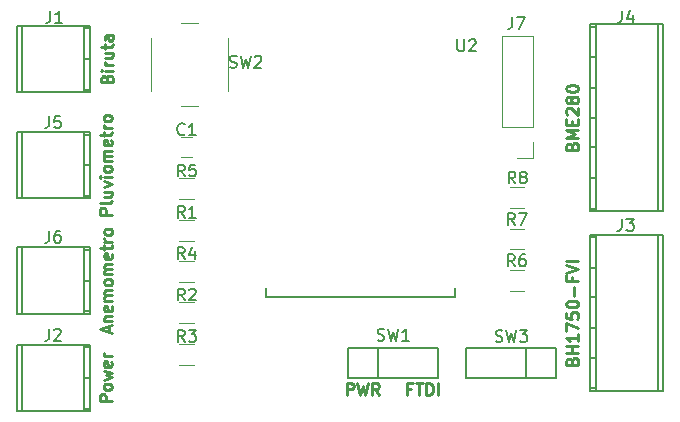
<source format=gbr>
G04 #@! TF.FileFunction,Legend,Top*
%FSLAX46Y46*%
G04 Gerber Fmt 4.6, Leading zero omitted, Abs format (unit mm)*
G04 Created by KiCad (PCBNEW 4.0.7-e2-6376~58~ubuntu16.04.1) date Thu Jan 18 15:28:59 2018*
%MOMM*%
%LPD*%
G01*
G04 APERTURE LIST*
%ADD10C,0.100000*%
%ADD11C,0.250000*%
%ADD12C,0.120000*%
%ADD13C,0.150000*%
%ADD14C,0.152400*%
G04 APERTURE END LIST*
D10*
D11*
X211523810Y-113428571D02*
X211190476Y-113428571D01*
X211190476Y-113952381D02*
X211190476Y-112952381D01*
X211666667Y-112952381D01*
X211904762Y-112952381D02*
X212476191Y-112952381D01*
X212190476Y-113952381D02*
X212190476Y-112952381D01*
X212809524Y-113952381D02*
X212809524Y-112952381D01*
X213047619Y-112952381D01*
X213190477Y-113000000D01*
X213285715Y-113095238D01*
X213333334Y-113190476D01*
X213380953Y-113380952D01*
X213380953Y-113523810D01*
X213333334Y-113714286D01*
X213285715Y-113809524D01*
X213190477Y-113904762D01*
X213047619Y-113952381D01*
X212809524Y-113952381D01*
X213809524Y-113952381D02*
X213809524Y-112952381D01*
X206066667Y-113952381D02*
X206066667Y-112952381D01*
X206447620Y-112952381D01*
X206542858Y-113000000D01*
X206590477Y-113047619D01*
X206638096Y-113142857D01*
X206638096Y-113285714D01*
X206590477Y-113380952D01*
X206542858Y-113428571D01*
X206447620Y-113476190D01*
X206066667Y-113476190D01*
X206971429Y-112952381D02*
X207209524Y-113952381D01*
X207400001Y-113238095D01*
X207590477Y-113952381D01*
X207828572Y-112952381D01*
X208780953Y-113952381D02*
X208447619Y-113476190D01*
X208209524Y-113952381D02*
X208209524Y-112952381D01*
X208590477Y-112952381D01*
X208685715Y-113000000D01*
X208733334Y-113047619D01*
X208780953Y-113142857D01*
X208780953Y-113285714D01*
X208733334Y-113380952D01*
X208685715Y-113428571D01*
X208590477Y-113476190D01*
X208209524Y-113476190D01*
X225128571Y-111071428D02*
X225176190Y-110928571D01*
X225223810Y-110880952D01*
X225319048Y-110833333D01*
X225461905Y-110833333D01*
X225557143Y-110880952D01*
X225604762Y-110928571D01*
X225652381Y-111023809D01*
X225652381Y-111404762D01*
X224652381Y-111404762D01*
X224652381Y-111071428D01*
X224700000Y-110976190D01*
X224747619Y-110928571D01*
X224842857Y-110880952D01*
X224938095Y-110880952D01*
X225033333Y-110928571D01*
X225080952Y-110976190D01*
X225128571Y-111071428D01*
X225128571Y-111404762D01*
X225652381Y-110404762D02*
X224652381Y-110404762D01*
X225128571Y-110404762D02*
X225128571Y-109833333D01*
X225652381Y-109833333D02*
X224652381Y-109833333D01*
X225652381Y-108833333D02*
X225652381Y-109404762D01*
X225652381Y-109119048D02*
X224652381Y-109119048D01*
X224795238Y-109214286D01*
X224890476Y-109309524D01*
X224938095Y-109404762D01*
X224652381Y-108500000D02*
X224652381Y-107833333D01*
X225652381Y-108261905D01*
X224652381Y-106976190D02*
X224652381Y-107452381D01*
X225128571Y-107500000D01*
X225080952Y-107452381D01*
X225033333Y-107357143D01*
X225033333Y-107119047D01*
X225080952Y-107023809D01*
X225128571Y-106976190D01*
X225223810Y-106928571D01*
X225461905Y-106928571D01*
X225557143Y-106976190D01*
X225604762Y-107023809D01*
X225652381Y-107119047D01*
X225652381Y-107357143D01*
X225604762Y-107452381D01*
X225557143Y-107500000D01*
X224652381Y-106309524D02*
X224652381Y-106214285D01*
X224700000Y-106119047D01*
X224747619Y-106071428D01*
X224842857Y-106023809D01*
X225033333Y-105976190D01*
X225271429Y-105976190D01*
X225461905Y-106023809D01*
X225557143Y-106071428D01*
X225604762Y-106119047D01*
X225652381Y-106214285D01*
X225652381Y-106309524D01*
X225604762Y-106404762D01*
X225557143Y-106452381D01*
X225461905Y-106500000D01*
X225271429Y-106547619D01*
X225033333Y-106547619D01*
X224842857Y-106500000D01*
X224747619Y-106452381D01*
X224700000Y-106404762D01*
X224652381Y-106309524D01*
X225271429Y-105547619D02*
X225271429Y-104785714D01*
X225128571Y-103976190D02*
X225128571Y-104309524D01*
X225652381Y-104309524D02*
X224652381Y-104309524D01*
X224652381Y-103833333D01*
X224652381Y-103595238D02*
X225652381Y-103261905D01*
X224652381Y-102928571D01*
X225652381Y-102595238D02*
X224652381Y-102595238D01*
X225128571Y-92880952D02*
X225176190Y-92738095D01*
X225223810Y-92690476D01*
X225319048Y-92642857D01*
X225461905Y-92642857D01*
X225557143Y-92690476D01*
X225604762Y-92738095D01*
X225652381Y-92833333D01*
X225652381Y-93214286D01*
X224652381Y-93214286D01*
X224652381Y-92880952D01*
X224700000Y-92785714D01*
X224747619Y-92738095D01*
X224842857Y-92690476D01*
X224938095Y-92690476D01*
X225033333Y-92738095D01*
X225080952Y-92785714D01*
X225128571Y-92880952D01*
X225128571Y-93214286D01*
X225652381Y-92214286D02*
X224652381Y-92214286D01*
X225366667Y-91880952D01*
X224652381Y-91547619D01*
X225652381Y-91547619D01*
X225128571Y-91071429D02*
X225128571Y-90738095D01*
X225652381Y-90595238D02*
X225652381Y-91071429D01*
X224652381Y-91071429D01*
X224652381Y-90595238D01*
X224747619Y-90214286D02*
X224700000Y-90166667D01*
X224652381Y-90071429D01*
X224652381Y-89833333D01*
X224700000Y-89738095D01*
X224747619Y-89690476D01*
X224842857Y-89642857D01*
X224938095Y-89642857D01*
X225080952Y-89690476D01*
X225652381Y-90261905D01*
X225652381Y-89642857D01*
X225080952Y-89071429D02*
X225033333Y-89166667D01*
X224985714Y-89214286D01*
X224890476Y-89261905D01*
X224842857Y-89261905D01*
X224747619Y-89214286D01*
X224700000Y-89166667D01*
X224652381Y-89071429D01*
X224652381Y-88880952D01*
X224700000Y-88785714D01*
X224747619Y-88738095D01*
X224842857Y-88690476D01*
X224890476Y-88690476D01*
X224985714Y-88738095D01*
X225033333Y-88785714D01*
X225080952Y-88880952D01*
X225080952Y-89071429D01*
X225128571Y-89166667D01*
X225176190Y-89214286D01*
X225271429Y-89261905D01*
X225461905Y-89261905D01*
X225557143Y-89214286D01*
X225604762Y-89166667D01*
X225652381Y-89071429D01*
X225652381Y-88880952D01*
X225604762Y-88785714D01*
X225557143Y-88738095D01*
X225461905Y-88690476D01*
X225271429Y-88690476D01*
X225176190Y-88738095D01*
X225128571Y-88785714D01*
X225080952Y-88880952D01*
X224652381Y-88071429D02*
X224652381Y-87976190D01*
X224700000Y-87880952D01*
X224747619Y-87833333D01*
X224842857Y-87785714D01*
X225033333Y-87738095D01*
X225271429Y-87738095D01*
X225461905Y-87785714D01*
X225557143Y-87833333D01*
X225604762Y-87880952D01*
X225652381Y-87976190D01*
X225652381Y-88071429D01*
X225604762Y-88166667D01*
X225557143Y-88214286D01*
X225461905Y-88261905D01*
X225271429Y-88309524D01*
X225033333Y-88309524D01*
X224842857Y-88261905D01*
X224747619Y-88214286D01*
X224700000Y-88166667D01*
X224652381Y-88071429D01*
X185728571Y-87166666D02*
X185776190Y-87023809D01*
X185823810Y-86976190D01*
X185919048Y-86928571D01*
X186061905Y-86928571D01*
X186157143Y-86976190D01*
X186204762Y-87023809D01*
X186252381Y-87119047D01*
X186252381Y-87500000D01*
X185252381Y-87500000D01*
X185252381Y-87166666D01*
X185300000Y-87071428D01*
X185347619Y-87023809D01*
X185442857Y-86976190D01*
X185538095Y-86976190D01*
X185633333Y-87023809D01*
X185680952Y-87071428D01*
X185728571Y-87166666D01*
X185728571Y-87500000D01*
X186252381Y-86500000D02*
X185585714Y-86500000D01*
X185252381Y-86500000D02*
X185300000Y-86547619D01*
X185347619Y-86500000D01*
X185300000Y-86452381D01*
X185252381Y-86500000D01*
X185347619Y-86500000D01*
X186252381Y-86023810D02*
X185585714Y-86023810D01*
X185776190Y-86023810D02*
X185680952Y-85976191D01*
X185633333Y-85928572D01*
X185585714Y-85833334D01*
X185585714Y-85738095D01*
X185585714Y-84976190D02*
X186252381Y-84976190D01*
X185585714Y-85404762D02*
X186109524Y-85404762D01*
X186204762Y-85357143D01*
X186252381Y-85261905D01*
X186252381Y-85119047D01*
X186204762Y-85023809D01*
X186157143Y-84976190D01*
X185585714Y-84642857D02*
X185585714Y-84261905D01*
X185252381Y-84500000D02*
X186109524Y-84500000D01*
X186204762Y-84452381D01*
X186252381Y-84357143D01*
X186252381Y-84261905D01*
X186252381Y-83499999D02*
X185728571Y-83499999D01*
X185633333Y-83547618D01*
X185585714Y-83642856D01*
X185585714Y-83833333D01*
X185633333Y-83928571D01*
X186204762Y-83499999D02*
X186252381Y-83595237D01*
X186252381Y-83833333D01*
X186204762Y-83928571D01*
X186109524Y-83976190D01*
X186014286Y-83976190D01*
X185919048Y-83928571D01*
X185871429Y-83833333D01*
X185871429Y-83595237D01*
X185823810Y-83499999D01*
X186152381Y-98690477D02*
X185152381Y-98690477D01*
X185152381Y-98309524D01*
X185200000Y-98214286D01*
X185247619Y-98166667D01*
X185342857Y-98119048D01*
X185485714Y-98119048D01*
X185580952Y-98166667D01*
X185628571Y-98214286D01*
X185676190Y-98309524D01*
X185676190Y-98690477D01*
X186152381Y-97547620D02*
X186104762Y-97642858D01*
X186009524Y-97690477D01*
X185152381Y-97690477D01*
X185485714Y-96738095D02*
X186152381Y-96738095D01*
X185485714Y-97166667D02*
X186009524Y-97166667D01*
X186104762Y-97119048D01*
X186152381Y-97023810D01*
X186152381Y-96880952D01*
X186104762Y-96785714D01*
X186057143Y-96738095D01*
X185485714Y-96357143D02*
X186152381Y-96119048D01*
X185485714Y-95880952D01*
X186152381Y-95500000D02*
X185485714Y-95500000D01*
X185152381Y-95500000D02*
X185200000Y-95547619D01*
X185247619Y-95500000D01*
X185200000Y-95452381D01*
X185152381Y-95500000D01*
X185247619Y-95500000D01*
X186152381Y-94880953D02*
X186104762Y-94976191D01*
X186057143Y-95023810D01*
X185961905Y-95071429D01*
X185676190Y-95071429D01*
X185580952Y-95023810D01*
X185533333Y-94976191D01*
X185485714Y-94880953D01*
X185485714Y-94738095D01*
X185533333Y-94642857D01*
X185580952Y-94595238D01*
X185676190Y-94547619D01*
X185961905Y-94547619D01*
X186057143Y-94595238D01*
X186104762Y-94642857D01*
X186152381Y-94738095D01*
X186152381Y-94880953D01*
X186152381Y-94119048D02*
X185485714Y-94119048D01*
X185580952Y-94119048D02*
X185533333Y-94071429D01*
X185485714Y-93976191D01*
X185485714Y-93833333D01*
X185533333Y-93738095D01*
X185628571Y-93690476D01*
X186152381Y-93690476D01*
X185628571Y-93690476D02*
X185533333Y-93642857D01*
X185485714Y-93547619D01*
X185485714Y-93404762D01*
X185533333Y-93309524D01*
X185628571Y-93261905D01*
X186152381Y-93261905D01*
X186104762Y-92404762D02*
X186152381Y-92500000D01*
X186152381Y-92690477D01*
X186104762Y-92785715D01*
X186009524Y-92833334D01*
X185628571Y-92833334D01*
X185533333Y-92785715D01*
X185485714Y-92690477D01*
X185485714Y-92500000D01*
X185533333Y-92404762D01*
X185628571Y-92357143D01*
X185723810Y-92357143D01*
X185819048Y-92833334D01*
X185485714Y-92071429D02*
X185485714Y-91690477D01*
X185152381Y-91928572D02*
X186009524Y-91928572D01*
X186104762Y-91880953D01*
X186152381Y-91785715D01*
X186152381Y-91690477D01*
X186152381Y-91357143D02*
X185485714Y-91357143D01*
X185676190Y-91357143D02*
X185580952Y-91309524D01*
X185533333Y-91261905D01*
X185485714Y-91166667D01*
X185485714Y-91071428D01*
X186152381Y-90595238D02*
X186104762Y-90690476D01*
X186057143Y-90738095D01*
X185961905Y-90785714D01*
X185676190Y-90785714D01*
X185580952Y-90738095D01*
X185533333Y-90690476D01*
X185485714Y-90595238D01*
X185485714Y-90452380D01*
X185533333Y-90357142D01*
X185580952Y-90309523D01*
X185676190Y-90261904D01*
X185961905Y-90261904D01*
X186057143Y-90309523D01*
X186104762Y-90357142D01*
X186152381Y-90452380D01*
X186152381Y-90595238D01*
X185916667Y-108630953D02*
X185916667Y-108154762D01*
X186202381Y-108726191D02*
X185202381Y-108392858D01*
X186202381Y-108059524D01*
X185535714Y-107726191D02*
X186202381Y-107726191D01*
X185630952Y-107726191D02*
X185583333Y-107678572D01*
X185535714Y-107583334D01*
X185535714Y-107440476D01*
X185583333Y-107345238D01*
X185678571Y-107297619D01*
X186202381Y-107297619D01*
X186154762Y-106440476D02*
X186202381Y-106535714D01*
X186202381Y-106726191D01*
X186154762Y-106821429D01*
X186059524Y-106869048D01*
X185678571Y-106869048D01*
X185583333Y-106821429D01*
X185535714Y-106726191D01*
X185535714Y-106535714D01*
X185583333Y-106440476D01*
X185678571Y-106392857D01*
X185773810Y-106392857D01*
X185869048Y-106869048D01*
X186202381Y-105964286D02*
X185535714Y-105964286D01*
X185630952Y-105964286D02*
X185583333Y-105916667D01*
X185535714Y-105821429D01*
X185535714Y-105678571D01*
X185583333Y-105583333D01*
X185678571Y-105535714D01*
X186202381Y-105535714D01*
X185678571Y-105535714D02*
X185583333Y-105488095D01*
X185535714Y-105392857D01*
X185535714Y-105250000D01*
X185583333Y-105154762D01*
X185678571Y-105107143D01*
X186202381Y-105107143D01*
X186202381Y-104488096D02*
X186154762Y-104583334D01*
X186107143Y-104630953D01*
X186011905Y-104678572D01*
X185726190Y-104678572D01*
X185630952Y-104630953D01*
X185583333Y-104583334D01*
X185535714Y-104488096D01*
X185535714Y-104345238D01*
X185583333Y-104250000D01*
X185630952Y-104202381D01*
X185726190Y-104154762D01*
X186011905Y-104154762D01*
X186107143Y-104202381D01*
X186154762Y-104250000D01*
X186202381Y-104345238D01*
X186202381Y-104488096D01*
X186202381Y-103726191D02*
X185535714Y-103726191D01*
X185630952Y-103726191D02*
X185583333Y-103678572D01*
X185535714Y-103583334D01*
X185535714Y-103440476D01*
X185583333Y-103345238D01*
X185678571Y-103297619D01*
X186202381Y-103297619D01*
X185678571Y-103297619D02*
X185583333Y-103250000D01*
X185535714Y-103154762D01*
X185535714Y-103011905D01*
X185583333Y-102916667D01*
X185678571Y-102869048D01*
X186202381Y-102869048D01*
X186154762Y-102011905D02*
X186202381Y-102107143D01*
X186202381Y-102297620D01*
X186154762Y-102392858D01*
X186059524Y-102440477D01*
X185678571Y-102440477D01*
X185583333Y-102392858D01*
X185535714Y-102297620D01*
X185535714Y-102107143D01*
X185583333Y-102011905D01*
X185678571Y-101964286D01*
X185773810Y-101964286D01*
X185869048Y-102440477D01*
X185535714Y-101678572D02*
X185535714Y-101297620D01*
X185202381Y-101535715D02*
X186059524Y-101535715D01*
X186154762Y-101488096D01*
X186202381Y-101392858D01*
X186202381Y-101297620D01*
X186202381Y-100964286D02*
X185535714Y-100964286D01*
X185726190Y-100964286D02*
X185630952Y-100916667D01*
X185583333Y-100869048D01*
X185535714Y-100773810D01*
X185535714Y-100678571D01*
X186202381Y-100202381D02*
X186154762Y-100297619D01*
X186107143Y-100345238D01*
X186011905Y-100392857D01*
X185726190Y-100392857D01*
X185630952Y-100345238D01*
X185583333Y-100297619D01*
X185535714Y-100202381D01*
X185535714Y-100059523D01*
X185583333Y-99964285D01*
X185630952Y-99916666D01*
X185726190Y-99869047D01*
X186011905Y-99869047D01*
X186107143Y-99916666D01*
X186154762Y-99964285D01*
X186202381Y-100059523D01*
X186202381Y-100202381D01*
X186152381Y-114476191D02*
X185152381Y-114476191D01*
X185152381Y-114095238D01*
X185200000Y-114000000D01*
X185247619Y-113952381D01*
X185342857Y-113904762D01*
X185485714Y-113904762D01*
X185580952Y-113952381D01*
X185628571Y-114000000D01*
X185676190Y-114095238D01*
X185676190Y-114476191D01*
X186152381Y-113333334D02*
X186104762Y-113428572D01*
X186057143Y-113476191D01*
X185961905Y-113523810D01*
X185676190Y-113523810D01*
X185580952Y-113476191D01*
X185533333Y-113428572D01*
X185485714Y-113333334D01*
X185485714Y-113190476D01*
X185533333Y-113095238D01*
X185580952Y-113047619D01*
X185676190Y-113000000D01*
X185961905Y-113000000D01*
X186057143Y-113047619D01*
X186104762Y-113095238D01*
X186152381Y-113190476D01*
X186152381Y-113333334D01*
X185485714Y-112666667D02*
X186152381Y-112476191D01*
X185676190Y-112285714D01*
X186152381Y-112095238D01*
X185485714Y-111904762D01*
X186104762Y-111142857D02*
X186152381Y-111238095D01*
X186152381Y-111428572D01*
X186104762Y-111523810D01*
X186009524Y-111571429D01*
X185628571Y-111571429D01*
X185533333Y-111523810D01*
X185485714Y-111428572D01*
X185485714Y-111238095D01*
X185533333Y-111142857D01*
X185628571Y-111095238D01*
X185723810Y-111095238D01*
X185819048Y-111571429D01*
X186152381Y-110666667D02*
X185485714Y-110666667D01*
X185676190Y-110666667D02*
X185580952Y-110619048D01*
X185533333Y-110571429D01*
X185485714Y-110476191D01*
X185485714Y-110380952D01*
D12*
X193000000Y-92150000D02*
X192000000Y-92150000D01*
X192000000Y-93850000D02*
X193000000Y-93850000D01*
D13*
X183850960Y-82720920D02*
X183850960Y-88319080D01*
X184348800Y-88120960D02*
X183850960Y-88120960D01*
X183850960Y-82919040D02*
X184348800Y-82919040D01*
X184348800Y-85520000D02*
X183850960Y-85520000D01*
X178549980Y-88319080D02*
X178549980Y-82720920D01*
X184348800Y-88319080D02*
X184348800Y-82720920D01*
X184348800Y-82720920D02*
X178151200Y-82720920D01*
X178151200Y-82720920D02*
X178151200Y-88319080D01*
X178151200Y-88319080D02*
X184348800Y-88319080D01*
X183850960Y-109720920D02*
X183850960Y-115319080D01*
X184348800Y-115120960D02*
X183850960Y-115120960D01*
X183850960Y-109919040D02*
X184348800Y-109919040D01*
X184348800Y-112520000D02*
X183850960Y-112520000D01*
X178549980Y-115319080D02*
X178549980Y-109720920D01*
X184348800Y-115319080D02*
X184348800Y-109720920D01*
X184348800Y-109720920D02*
X178151200Y-109720920D01*
X178151200Y-109720920D02*
X178151200Y-115319080D01*
X178151200Y-115319080D02*
X184348800Y-115319080D01*
X227149040Y-110799840D02*
X226651200Y-110799840D01*
X226651200Y-113598920D02*
X226651200Y-100401080D01*
X227149040Y-100401080D02*
X227149040Y-113598920D01*
X232450020Y-100401080D02*
X232450020Y-113598920D01*
X232848800Y-113598920D02*
X232848800Y-100401080D01*
X227149040Y-108297940D02*
X226651200Y-108297940D01*
X227149040Y-105699520D02*
X226651200Y-105699520D01*
X226651200Y-100601740D02*
X227149040Y-100601740D01*
X227149040Y-113398260D02*
X226651200Y-113398260D01*
X226651200Y-103202700D02*
X227149040Y-103202700D01*
X226651200Y-113596380D02*
X232848800Y-113596380D01*
X232848800Y-100403620D02*
X226651200Y-100403620D01*
X232848800Y-98379400D02*
X232848800Y-82580600D01*
X232450020Y-98379400D02*
X232450020Y-82580600D01*
X226651200Y-82580600D02*
X226651200Y-98379400D01*
X227149040Y-98379400D02*
X227149040Y-82580600D01*
X227149040Y-95580320D02*
X226651200Y-95580320D01*
X227149040Y-92979360D02*
X226651200Y-92979360D01*
X227149040Y-90477460D02*
X226651200Y-90477460D01*
X227149040Y-87980640D02*
X226651200Y-87980640D01*
X226651200Y-82783800D02*
X227149040Y-82783800D01*
X227149040Y-98176200D02*
X226651200Y-98176200D01*
X226651200Y-85382220D02*
X227149040Y-85382220D01*
X226651200Y-98374320D02*
X232848800Y-98374320D01*
X232848800Y-82585680D02*
X226651200Y-82585680D01*
X183850960Y-91720920D02*
X183850960Y-97319080D01*
X184348800Y-97120960D02*
X183850960Y-97120960D01*
X183850960Y-91919040D02*
X184348800Y-91919040D01*
X184348800Y-94520000D02*
X183850960Y-94520000D01*
X178549980Y-97319080D02*
X178549980Y-91720920D01*
X184348800Y-97319080D02*
X184348800Y-91720920D01*
X184348800Y-91720920D02*
X178151200Y-91720920D01*
X178151200Y-91720920D02*
X178151200Y-97319080D01*
X178151200Y-97319080D02*
X184348800Y-97319080D01*
X183850960Y-101470920D02*
X183850960Y-107069080D01*
X184348800Y-106870960D02*
X183850960Y-106870960D01*
X183850960Y-101669040D02*
X184348800Y-101669040D01*
X184348800Y-104270000D02*
X183850960Y-104270000D01*
X178549980Y-107069080D02*
X178549980Y-101470920D01*
X184348800Y-107069080D02*
X184348800Y-101470920D01*
X184348800Y-101470920D02*
X178151200Y-101470920D01*
X178151200Y-101470920D02*
X178151200Y-107069080D01*
X178151200Y-107069080D02*
X184348800Y-107069080D01*
D12*
X221830000Y-83590000D02*
X219170000Y-83590000D01*
X221830000Y-91270000D02*
X221830000Y-83590000D01*
X219170000Y-91270000D02*
X219170000Y-83590000D01*
X221830000Y-91270000D02*
X219170000Y-91270000D01*
X221830000Y-92540000D02*
X221830000Y-93870000D01*
X221830000Y-93870000D02*
X220500000Y-93870000D01*
X193100000Y-100880000D02*
X191900000Y-100880000D01*
X191900000Y-99120000D02*
X193100000Y-99120000D01*
X191900000Y-106120000D02*
X193100000Y-106120000D01*
X193100000Y-107880000D02*
X191900000Y-107880000D01*
X193100000Y-111380000D02*
X191900000Y-111380000D01*
X191900000Y-109620000D02*
X193100000Y-109620000D01*
X191900000Y-102620000D02*
X193100000Y-102620000D01*
X193100000Y-104380000D02*
X191900000Y-104380000D01*
X191900000Y-95620000D02*
X193100000Y-95620000D01*
X193100000Y-97380000D02*
X191900000Y-97380000D01*
X221050000Y-105130000D02*
X219850000Y-105130000D01*
X219850000Y-103370000D02*
X221050000Y-103370000D01*
X221050000Y-101630000D02*
X219850000Y-101630000D01*
X219850000Y-99870000D02*
X221050000Y-99870000D01*
X221100000Y-98130000D02*
X219900000Y-98130000D01*
X219900000Y-96370000D02*
X221100000Y-96370000D01*
D13*
X223810000Y-109980000D02*
X223810000Y-112520000D01*
X223810000Y-112520000D02*
X216190000Y-112520000D01*
X216190000Y-112520000D02*
X216190000Y-109980000D01*
X216190000Y-109980000D02*
X223810000Y-109980000D01*
X221270000Y-112520000D02*
X221270000Y-109980000D01*
D14*
X199234000Y-104859000D02*
X199234000Y-105621000D01*
X199234000Y-105621000D02*
X215236000Y-105621000D01*
X215236000Y-105621000D02*
X215236000Y-104859000D01*
D13*
X206190000Y-112520000D02*
X206190000Y-109980000D01*
X206190000Y-109980000D02*
X213810000Y-109980000D01*
X213810000Y-109980000D02*
X213810000Y-112520000D01*
X213810000Y-112520000D02*
X206190000Y-112520000D01*
X208730000Y-109980000D02*
X208730000Y-112520000D01*
D12*
X189500000Y-83750000D02*
X189500000Y-88250000D01*
X193500000Y-82500000D02*
X192000000Y-82500000D01*
X196000000Y-88250000D02*
X196000000Y-83750000D01*
X192000000Y-89500000D02*
X193500000Y-89500000D01*
D13*
X192333334Y-91857143D02*
X192285715Y-91904762D01*
X192142858Y-91952381D01*
X192047620Y-91952381D01*
X191904762Y-91904762D01*
X191809524Y-91809524D01*
X191761905Y-91714286D01*
X191714286Y-91523810D01*
X191714286Y-91380952D01*
X191761905Y-91190476D01*
X191809524Y-91095238D01*
X191904762Y-91000000D01*
X192047620Y-90952381D01*
X192142858Y-90952381D01*
X192285715Y-91000000D01*
X192333334Y-91047619D01*
X193285715Y-91952381D02*
X192714286Y-91952381D01*
X193000000Y-91952381D02*
X193000000Y-90952381D01*
X192904762Y-91095238D01*
X192809524Y-91190476D01*
X192714286Y-91238095D01*
X180966667Y-81452381D02*
X180966667Y-82166667D01*
X180919047Y-82309524D01*
X180823809Y-82404762D01*
X180680952Y-82452381D01*
X180585714Y-82452381D01*
X181966667Y-82452381D02*
X181395238Y-82452381D01*
X181680952Y-82452381D02*
X181680952Y-81452381D01*
X181585714Y-81595238D01*
X181490476Y-81690476D01*
X181395238Y-81738095D01*
X180866667Y-108352381D02*
X180866667Y-109066667D01*
X180819047Y-109209524D01*
X180723809Y-109304762D01*
X180580952Y-109352381D01*
X180485714Y-109352381D01*
X181295238Y-108447619D02*
X181342857Y-108400000D01*
X181438095Y-108352381D01*
X181676191Y-108352381D01*
X181771429Y-108400000D01*
X181819048Y-108447619D01*
X181866667Y-108542857D01*
X181866667Y-108638095D01*
X181819048Y-108780952D01*
X181247619Y-109352381D01*
X181866667Y-109352381D01*
X229366667Y-99052381D02*
X229366667Y-99766667D01*
X229319047Y-99909524D01*
X229223809Y-100004762D01*
X229080952Y-100052381D01*
X228985714Y-100052381D01*
X229747619Y-99052381D02*
X230366667Y-99052381D01*
X230033333Y-99433333D01*
X230176191Y-99433333D01*
X230271429Y-99480952D01*
X230319048Y-99528571D01*
X230366667Y-99623810D01*
X230366667Y-99861905D01*
X230319048Y-99957143D01*
X230271429Y-100004762D01*
X230176191Y-100052381D01*
X229890476Y-100052381D01*
X229795238Y-100004762D01*
X229747619Y-99957143D01*
X229366667Y-81452381D02*
X229366667Y-82166667D01*
X229319047Y-82309524D01*
X229223809Y-82404762D01*
X229080952Y-82452381D01*
X228985714Y-82452381D01*
X230271429Y-81785714D02*
X230271429Y-82452381D01*
X230033333Y-81404762D02*
X229795238Y-82119048D01*
X230414286Y-82119048D01*
X180866667Y-90352381D02*
X180866667Y-91066667D01*
X180819047Y-91209524D01*
X180723809Y-91304762D01*
X180580952Y-91352381D01*
X180485714Y-91352381D01*
X181819048Y-90352381D02*
X181342857Y-90352381D01*
X181295238Y-90828571D01*
X181342857Y-90780952D01*
X181438095Y-90733333D01*
X181676191Y-90733333D01*
X181771429Y-90780952D01*
X181819048Y-90828571D01*
X181866667Y-90923810D01*
X181866667Y-91161905D01*
X181819048Y-91257143D01*
X181771429Y-91304762D01*
X181676191Y-91352381D01*
X181438095Y-91352381D01*
X181342857Y-91304762D01*
X181295238Y-91257143D01*
X180866667Y-100052381D02*
X180866667Y-100766667D01*
X180819047Y-100909524D01*
X180723809Y-101004762D01*
X180580952Y-101052381D01*
X180485714Y-101052381D01*
X181771429Y-100052381D02*
X181580952Y-100052381D01*
X181485714Y-100100000D01*
X181438095Y-100147619D01*
X181342857Y-100290476D01*
X181295238Y-100480952D01*
X181295238Y-100861905D01*
X181342857Y-100957143D01*
X181390476Y-101004762D01*
X181485714Y-101052381D01*
X181676191Y-101052381D01*
X181771429Y-101004762D01*
X181819048Y-100957143D01*
X181866667Y-100861905D01*
X181866667Y-100623810D01*
X181819048Y-100528571D01*
X181771429Y-100480952D01*
X181676191Y-100433333D01*
X181485714Y-100433333D01*
X181390476Y-100480952D01*
X181342857Y-100528571D01*
X181295238Y-100623810D01*
X220066667Y-81952381D02*
X220066667Y-82666667D01*
X220019047Y-82809524D01*
X219923809Y-82904762D01*
X219780952Y-82952381D01*
X219685714Y-82952381D01*
X220447619Y-81952381D02*
X221114286Y-81952381D01*
X220685714Y-82952381D01*
X192333334Y-98952381D02*
X192000000Y-98476190D01*
X191761905Y-98952381D02*
X191761905Y-97952381D01*
X192142858Y-97952381D01*
X192238096Y-98000000D01*
X192285715Y-98047619D01*
X192333334Y-98142857D01*
X192333334Y-98285714D01*
X192285715Y-98380952D01*
X192238096Y-98428571D01*
X192142858Y-98476190D01*
X191761905Y-98476190D01*
X193285715Y-98952381D02*
X192714286Y-98952381D01*
X193000000Y-98952381D02*
X193000000Y-97952381D01*
X192904762Y-98095238D01*
X192809524Y-98190476D01*
X192714286Y-98238095D01*
X192333334Y-105952381D02*
X192000000Y-105476190D01*
X191761905Y-105952381D02*
X191761905Y-104952381D01*
X192142858Y-104952381D01*
X192238096Y-105000000D01*
X192285715Y-105047619D01*
X192333334Y-105142857D01*
X192333334Y-105285714D01*
X192285715Y-105380952D01*
X192238096Y-105428571D01*
X192142858Y-105476190D01*
X191761905Y-105476190D01*
X192714286Y-105047619D02*
X192761905Y-105000000D01*
X192857143Y-104952381D01*
X193095239Y-104952381D01*
X193190477Y-105000000D01*
X193238096Y-105047619D01*
X193285715Y-105142857D01*
X193285715Y-105238095D01*
X193238096Y-105380952D01*
X192666667Y-105952381D01*
X193285715Y-105952381D01*
X192333334Y-109452381D02*
X192000000Y-108976190D01*
X191761905Y-109452381D02*
X191761905Y-108452381D01*
X192142858Y-108452381D01*
X192238096Y-108500000D01*
X192285715Y-108547619D01*
X192333334Y-108642857D01*
X192333334Y-108785714D01*
X192285715Y-108880952D01*
X192238096Y-108928571D01*
X192142858Y-108976190D01*
X191761905Y-108976190D01*
X192666667Y-108452381D02*
X193285715Y-108452381D01*
X192952381Y-108833333D01*
X193095239Y-108833333D01*
X193190477Y-108880952D01*
X193238096Y-108928571D01*
X193285715Y-109023810D01*
X193285715Y-109261905D01*
X193238096Y-109357143D01*
X193190477Y-109404762D01*
X193095239Y-109452381D01*
X192809524Y-109452381D01*
X192714286Y-109404762D01*
X192666667Y-109357143D01*
X192333334Y-102452381D02*
X192000000Y-101976190D01*
X191761905Y-102452381D02*
X191761905Y-101452381D01*
X192142858Y-101452381D01*
X192238096Y-101500000D01*
X192285715Y-101547619D01*
X192333334Y-101642857D01*
X192333334Y-101785714D01*
X192285715Y-101880952D01*
X192238096Y-101928571D01*
X192142858Y-101976190D01*
X191761905Y-101976190D01*
X193190477Y-101785714D02*
X193190477Y-102452381D01*
X192952381Y-101404762D02*
X192714286Y-102119048D01*
X193333334Y-102119048D01*
X192333334Y-95452381D02*
X192000000Y-94976190D01*
X191761905Y-95452381D02*
X191761905Y-94452381D01*
X192142858Y-94452381D01*
X192238096Y-94500000D01*
X192285715Y-94547619D01*
X192333334Y-94642857D01*
X192333334Y-94785714D01*
X192285715Y-94880952D01*
X192238096Y-94928571D01*
X192142858Y-94976190D01*
X191761905Y-94976190D01*
X193238096Y-94452381D02*
X192761905Y-94452381D01*
X192714286Y-94928571D01*
X192761905Y-94880952D01*
X192857143Y-94833333D01*
X193095239Y-94833333D01*
X193190477Y-94880952D01*
X193238096Y-94928571D01*
X193285715Y-95023810D01*
X193285715Y-95261905D01*
X193238096Y-95357143D01*
X193190477Y-95404762D01*
X193095239Y-95452381D01*
X192857143Y-95452381D01*
X192761905Y-95404762D01*
X192714286Y-95357143D01*
X220283334Y-103052381D02*
X219950000Y-102576190D01*
X219711905Y-103052381D02*
X219711905Y-102052381D01*
X220092858Y-102052381D01*
X220188096Y-102100000D01*
X220235715Y-102147619D01*
X220283334Y-102242857D01*
X220283334Y-102385714D01*
X220235715Y-102480952D01*
X220188096Y-102528571D01*
X220092858Y-102576190D01*
X219711905Y-102576190D01*
X221140477Y-102052381D02*
X220950000Y-102052381D01*
X220854762Y-102100000D01*
X220807143Y-102147619D01*
X220711905Y-102290476D01*
X220664286Y-102480952D01*
X220664286Y-102861905D01*
X220711905Y-102957143D01*
X220759524Y-103004762D01*
X220854762Y-103052381D01*
X221045239Y-103052381D01*
X221140477Y-103004762D01*
X221188096Y-102957143D01*
X221235715Y-102861905D01*
X221235715Y-102623810D01*
X221188096Y-102528571D01*
X221140477Y-102480952D01*
X221045239Y-102433333D01*
X220854762Y-102433333D01*
X220759524Y-102480952D01*
X220711905Y-102528571D01*
X220664286Y-102623810D01*
X220283334Y-99552381D02*
X219950000Y-99076190D01*
X219711905Y-99552381D02*
X219711905Y-98552381D01*
X220092858Y-98552381D01*
X220188096Y-98600000D01*
X220235715Y-98647619D01*
X220283334Y-98742857D01*
X220283334Y-98885714D01*
X220235715Y-98980952D01*
X220188096Y-99028571D01*
X220092858Y-99076190D01*
X219711905Y-99076190D01*
X220616667Y-98552381D02*
X221283334Y-98552381D01*
X220854762Y-99552381D01*
X220333334Y-96052381D02*
X220000000Y-95576190D01*
X219761905Y-96052381D02*
X219761905Y-95052381D01*
X220142858Y-95052381D01*
X220238096Y-95100000D01*
X220285715Y-95147619D01*
X220333334Y-95242857D01*
X220333334Y-95385714D01*
X220285715Y-95480952D01*
X220238096Y-95528571D01*
X220142858Y-95576190D01*
X219761905Y-95576190D01*
X220904762Y-95480952D02*
X220809524Y-95433333D01*
X220761905Y-95385714D01*
X220714286Y-95290476D01*
X220714286Y-95242857D01*
X220761905Y-95147619D01*
X220809524Y-95100000D01*
X220904762Y-95052381D01*
X221095239Y-95052381D01*
X221190477Y-95100000D01*
X221238096Y-95147619D01*
X221285715Y-95242857D01*
X221285715Y-95290476D01*
X221238096Y-95385714D01*
X221190477Y-95433333D01*
X221095239Y-95480952D01*
X220904762Y-95480952D01*
X220809524Y-95528571D01*
X220761905Y-95576190D01*
X220714286Y-95671429D01*
X220714286Y-95861905D01*
X220761905Y-95957143D01*
X220809524Y-96004762D01*
X220904762Y-96052381D01*
X221095239Y-96052381D01*
X221190477Y-96004762D01*
X221238096Y-95957143D01*
X221285715Y-95861905D01*
X221285715Y-95671429D01*
X221238096Y-95576190D01*
X221190477Y-95528571D01*
X221095239Y-95480952D01*
X218666667Y-109404762D02*
X218809524Y-109452381D01*
X219047620Y-109452381D01*
X219142858Y-109404762D01*
X219190477Y-109357143D01*
X219238096Y-109261905D01*
X219238096Y-109166667D01*
X219190477Y-109071429D01*
X219142858Y-109023810D01*
X219047620Y-108976190D01*
X218857143Y-108928571D01*
X218761905Y-108880952D01*
X218714286Y-108833333D01*
X218666667Y-108738095D01*
X218666667Y-108642857D01*
X218714286Y-108547619D01*
X218761905Y-108500000D01*
X218857143Y-108452381D01*
X219095239Y-108452381D01*
X219238096Y-108500000D01*
X219571429Y-108452381D02*
X219809524Y-109452381D01*
X220000001Y-108738095D01*
X220190477Y-109452381D01*
X220428572Y-108452381D01*
X220714286Y-108452381D02*
X221333334Y-108452381D01*
X221000000Y-108833333D01*
X221142858Y-108833333D01*
X221238096Y-108880952D01*
X221285715Y-108928571D01*
X221333334Y-109023810D01*
X221333334Y-109261905D01*
X221285715Y-109357143D01*
X221238096Y-109404762D01*
X221142858Y-109452381D01*
X220857143Y-109452381D01*
X220761905Y-109404762D01*
X220714286Y-109357143D01*
X215438095Y-83852381D02*
X215438095Y-84661905D01*
X215485714Y-84757143D01*
X215533333Y-84804762D01*
X215628571Y-84852381D01*
X215819048Y-84852381D01*
X215914286Y-84804762D01*
X215961905Y-84757143D01*
X216009524Y-84661905D01*
X216009524Y-83852381D01*
X216438095Y-83947619D02*
X216485714Y-83900000D01*
X216580952Y-83852381D01*
X216819048Y-83852381D01*
X216914286Y-83900000D01*
X216961905Y-83947619D01*
X217009524Y-84042857D01*
X217009524Y-84138095D01*
X216961905Y-84280952D01*
X216390476Y-84852381D01*
X217009524Y-84852381D01*
X208666667Y-109304762D02*
X208809524Y-109352381D01*
X209047620Y-109352381D01*
X209142858Y-109304762D01*
X209190477Y-109257143D01*
X209238096Y-109161905D01*
X209238096Y-109066667D01*
X209190477Y-108971429D01*
X209142858Y-108923810D01*
X209047620Y-108876190D01*
X208857143Y-108828571D01*
X208761905Y-108780952D01*
X208714286Y-108733333D01*
X208666667Y-108638095D01*
X208666667Y-108542857D01*
X208714286Y-108447619D01*
X208761905Y-108400000D01*
X208857143Y-108352381D01*
X209095239Y-108352381D01*
X209238096Y-108400000D01*
X209571429Y-108352381D02*
X209809524Y-109352381D01*
X210000001Y-108638095D01*
X210190477Y-109352381D01*
X210428572Y-108352381D01*
X211333334Y-109352381D02*
X210761905Y-109352381D01*
X211047619Y-109352381D02*
X211047619Y-108352381D01*
X210952381Y-108495238D01*
X210857143Y-108590476D01*
X210761905Y-108638095D01*
X196166667Y-86204762D02*
X196309524Y-86252381D01*
X196547620Y-86252381D01*
X196642858Y-86204762D01*
X196690477Y-86157143D01*
X196738096Y-86061905D01*
X196738096Y-85966667D01*
X196690477Y-85871429D01*
X196642858Y-85823810D01*
X196547620Y-85776190D01*
X196357143Y-85728571D01*
X196261905Y-85680952D01*
X196214286Y-85633333D01*
X196166667Y-85538095D01*
X196166667Y-85442857D01*
X196214286Y-85347619D01*
X196261905Y-85300000D01*
X196357143Y-85252381D01*
X196595239Y-85252381D01*
X196738096Y-85300000D01*
X197071429Y-85252381D02*
X197309524Y-86252381D01*
X197500001Y-85538095D01*
X197690477Y-86252381D01*
X197928572Y-85252381D01*
X198261905Y-85347619D02*
X198309524Y-85300000D01*
X198404762Y-85252381D01*
X198642858Y-85252381D01*
X198738096Y-85300000D01*
X198785715Y-85347619D01*
X198833334Y-85442857D01*
X198833334Y-85538095D01*
X198785715Y-85680952D01*
X198214286Y-86252381D01*
X198833334Y-86252381D01*
M02*

</source>
